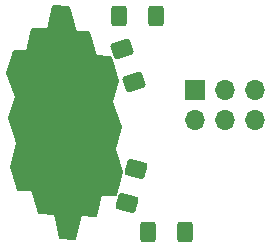
<source format=gbs>
%TF.GenerationSoftware,KiCad,Pcbnew,(6.99.0-2452-gdb4f2d9dd8)*%
%TF.CreationDate,2022-07-19T04:59:32+04:00*%
%TF.ProjectId,jwtelescope,6a777465-6c65-4736-936f-70652e6b6963,rev?*%
%TF.SameCoordinates,Original*%
%TF.FileFunction,Soldermask,Bot*%
%TF.FilePolarity,Negative*%
%FSLAX46Y46*%
G04 Gerber Fmt 4.6, Leading zero omitted, Abs format (unit mm)*
G04 Created by KiCad (PCBNEW (6.99.0-2452-gdb4f2d9dd8)) date 2022-07-19 04:59:32*
%MOMM*%
%LPD*%
G01*
G04 APERTURE LIST*
G04 Aperture macros list*
%AMRoundRect*
0 Rectangle with rounded corners*
0 $1 Rounding radius*
0 $2 $3 $4 $5 $6 $7 $8 $9 X,Y pos of 4 corners*
0 Add a 4 corners polygon primitive as box body*
4,1,4,$2,$3,$4,$5,$6,$7,$8,$9,$2,$3,0*
0 Add four circle primitives for the rounded corners*
1,1,$1+$1,$2,$3*
1,1,$1+$1,$4,$5*
1,1,$1+$1,$6,$7*
1,1,$1+$1,$8,$9*
0 Add four rect primitives between the rounded corners*
20,1,$1+$1,$2,$3,$4,$5,0*
20,1,$1+$1,$4,$5,$6,$7,0*
20,1,$1+$1,$6,$7,$8,$9,0*
20,1,$1+$1,$8,$9,$2,$3,0*%
G04 Aperture macros list end*
%ADD10C,0.150000*%
%ADD11RoundRect,0.250000X-0.400000X-0.625000X0.400000X-0.625000X0.400000X0.625000X-0.400000X0.625000X0*%
%ADD12R,1.700000X1.700000*%
%ADD13O,1.700000X1.700000*%
%ADD14RoundRect,0.250001X0.483999X-0.608501X0.723406X0.284978X-0.483999X0.608501X-0.723406X-0.284978X0*%
%ADD15RoundRect,0.250001X0.741523X-0.233822X0.440373X0.640781X-0.741523X0.233822X-0.440373X-0.640781X0*%
%ADD16RoundRect,0.250000X0.400000X0.625000X-0.400000X0.625000X-0.400000X-0.625000X0.400000X-0.625000X0*%
G04 APERTURE END LIST*
D10*
G36*
X88400000Y-36000000D02*
G01*
X89000000Y-38100000D01*
X90100000Y-38100000D01*
X90700000Y-40100000D01*
X92000000Y-40200000D01*
X92600000Y-42200000D01*
X92100000Y-44000000D01*
X92800000Y-46100000D01*
X92300000Y-48000000D01*
X92900000Y-49900000D01*
X92400000Y-51900000D01*
X91100000Y-51900000D01*
X90700000Y-53700000D01*
X89400000Y-53600000D01*
X88900000Y-55600000D01*
X87700000Y-55500000D01*
X87200000Y-53500000D01*
X85900000Y-53400000D01*
X85300000Y-51500000D01*
X84100000Y-51500000D01*
X83500000Y-49500000D01*
X84000000Y-47500000D01*
X83300000Y-45400000D01*
X83900000Y-43600000D01*
X83200000Y-41600000D01*
X83800000Y-39700000D01*
X84900000Y-39700000D01*
X85300000Y-37800000D01*
X86600000Y-37800000D01*
X87100000Y-35900000D01*
X88400000Y-36000000D01*
G37*
X88400000Y-36000000D02*
X89000000Y-38100000D01*
X90100000Y-38100000D01*
X90700000Y-40100000D01*
X92000000Y-40200000D01*
X92600000Y-42200000D01*
X92100000Y-44000000D01*
X92800000Y-46100000D01*
X92300000Y-48000000D01*
X92900000Y-49900000D01*
X92400000Y-51900000D01*
X91100000Y-51900000D01*
X90700000Y-53700000D01*
X89400000Y-53600000D01*
X88900000Y-55600000D01*
X87700000Y-55500000D01*
X87200000Y-53500000D01*
X85900000Y-53400000D01*
X85300000Y-51500000D01*
X84100000Y-51500000D01*
X83500000Y-49500000D01*
X84000000Y-47500000D01*
X83300000Y-45400000D01*
X83900000Y-43600000D01*
X83200000Y-41600000D01*
X83800000Y-39700000D01*
X84900000Y-39700000D01*
X85300000Y-37800000D01*
X86600000Y-37800000D01*
X87100000Y-35900000D01*
X88400000Y-36000000D01*
D11*
X95150000Y-55000000D03*
X98250000Y-55000000D03*
D12*
X99059999Y-43029999D03*
D13*
X99059999Y-45569999D03*
X101599999Y-43029999D03*
X101599999Y-45569999D03*
X104139999Y-43029999D03*
X104139999Y-45569999D03*
D14*
X93315007Y-52536815D03*
X94084993Y-49663185D03*
D15*
X93884283Y-42306459D03*
X92915717Y-39493541D03*
D16*
X95750000Y-36700000D03*
X92650000Y-36700000D03*
M02*

</source>
